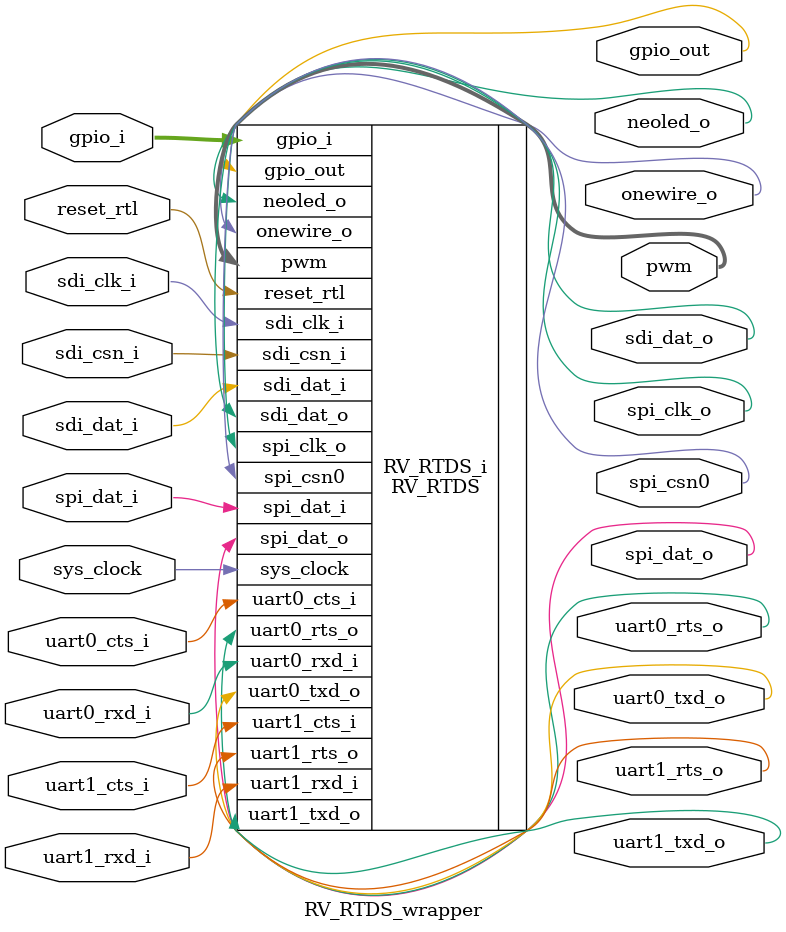
<source format=v>
`timescale 1 ps / 1 ps

module RV_RTDS_wrapper
   (gpio_i,
    gpio_out,
    neoled_o,
    onewire_o,
    pwm,
    reset_rtl,
    sdi_clk_i,
    sdi_csn_i,
    sdi_dat_i,
    sdi_dat_o,
    spi_clk_o,
    spi_csn0,
    spi_dat_i,
    spi_dat_o,
    sys_clock,
    uart0_cts_i,
    uart0_rts_o,
    uart0_rxd_i,
    uart0_txd_o,
    uart1_cts_i,
    uart1_rts_o,
    uart1_rxd_i,
    uart1_txd_o);
  input [7:0]gpio_i;
  output [0:0]gpio_out;
  output neoled_o;
  output onewire_o;
  output [3:0]pwm;
  input reset_rtl;
  input sdi_clk_i;
  input sdi_csn_i;
  input sdi_dat_i;
  output sdi_dat_o;
  output spi_clk_o;
  output [0:0]spi_csn0;
  input spi_dat_i;
  output spi_dat_o;
  input sys_clock;
  input uart0_cts_i;
  output uart0_rts_o;
  input uart0_rxd_i;
  output uart0_txd_o;
  input uart1_cts_i;
  output uart1_rts_o;
  input uart1_rxd_i;
  output uart1_txd_o;

  wire [7:0]gpio_i;
  wire [0:0]gpio_out;
  wire neoled_o;
  wire onewire_o;
  wire [3:0]pwm;
  wire reset_rtl;
  wire sdi_clk_i;
  wire sdi_csn_i;
  wire sdi_dat_i;
  wire sdi_dat_o;
  wire spi_clk_o;
  wire [0:0]spi_csn0;
  wire spi_dat_i;
  wire spi_dat_o;
  wire sys_clock;
  wire uart0_cts_i;
  wire uart0_rts_o;
  wire uart0_rxd_i;
  wire uart0_txd_o;
  wire uart1_cts_i;
  wire uart1_rts_o;
  wire uart1_rxd_i;
  wire uart1_txd_o;

  RV_RTDS RV_RTDS_i
       (.gpio_i(gpio_i),
        .gpio_out(gpio_out),
        .neoled_o(neoled_o),
        .onewire_o(onewire_o),
        .pwm(pwm),
        .reset_rtl(reset_rtl),
        .sdi_clk_i(sdi_clk_i),
        .sdi_csn_i(sdi_csn_i),
        .sdi_dat_i(sdi_dat_i),
        .sdi_dat_o(sdi_dat_o),
        .spi_clk_o(spi_clk_o),
        .spi_csn0(spi_csn0),
        .spi_dat_i(spi_dat_i),
        .spi_dat_o(spi_dat_o),
        .sys_clock(sys_clock),
        .uart0_cts_i(uart0_cts_i),
        .uart0_rts_o(uart0_rts_o),
        .uart0_rxd_i(uart0_rxd_i),
        .uart0_txd_o(uart0_txd_o),
        .uart1_cts_i(uart1_cts_i),
        .uart1_rts_o(uart1_rts_o),
        .uart1_rxd_i(uart1_rxd_i),
        .uart1_txd_o(uart1_txd_o));
endmodule

</source>
